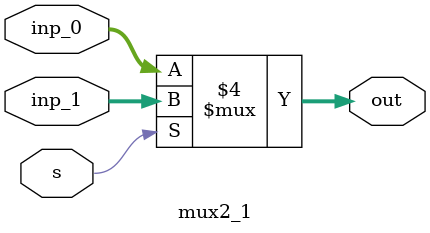
<source format=v>
`timescale 1ns / 1ps
module mux2_1(input wire s,
			  input[31:0] inp_0, inp_1,
			  output reg [31:0] out
    );

	always @* begin
		if (s==0)
			out = inp_0;
		else
			out = inp_1;
	end


endmodule

</source>
